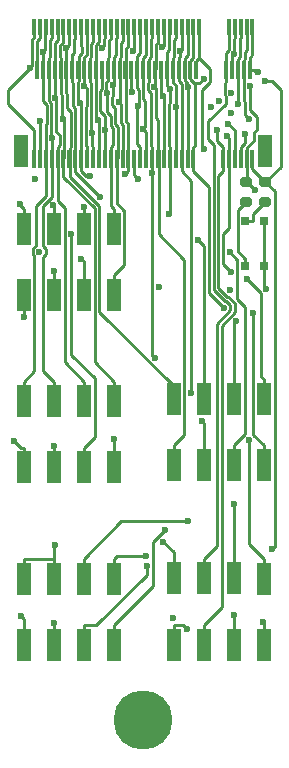
<source format=gbr>
%TF.GenerationSoftware,KiCad,Pcbnew,7.0.5*%
%TF.CreationDate,2023-08-30T17:00:08-05:00*%
%TF.ProjectId,Chimera_Card_Template_2,4368696d-6572-4615-9f43-6172645f5465,rev?*%
%TF.SameCoordinates,Original*%
%TF.FileFunction,Copper,L1,Top*%
%TF.FilePolarity,Positive*%
%FSLAX46Y46*%
G04 Gerber Fmt 4.6, Leading zero omitted, Abs format (unit mm)*
G04 Created by KiCad (PCBNEW 7.0.5) date 2023-08-30 17:00:08*
%MOMM*%
%LPD*%
G01*
G04 APERTURE LIST*
G04 Aperture macros list*
%AMRoundRect*
0 Rectangle with rounded corners*
0 $1 Rounding radius*
0 $2 $3 $4 $5 $6 $7 $8 $9 X,Y pos of 4 corners*
0 Add a 4 corners polygon primitive as box body*
4,1,4,$2,$3,$4,$5,$6,$7,$8,$9,$2,$3,0*
0 Add four circle primitives for the rounded corners*
1,1,$1+$1,$2,$3*
1,1,$1+$1,$4,$5*
1,1,$1+$1,$6,$7*
1,1,$1+$1,$8,$9*
0 Add four rect primitives between the rounded corners*
20,1,$1+$1,$2,$3,$4,$5,0*
20,1,$1+$1,$4,$5,$6,$7,0*
20,1,$1+$1,$6,$7,$8,$9,0*
20,1,$1+$1,$8,$9,$2,$3,0*%
G04 Aperture macros list end*
%TA.AperFunction,SMDPad,CuDef*%
%ADD10R,1.270003X2.800000*%
%TD*%
%TA.AperFunction,SMDPad,CuDef*%
%ADD11R,0.350000X1.450000*%
%TD*%
%TA.AperFunction,SMDPad,CuDef*%
%ADD12R,0.300000X1.550013*%
%TD*%
%TA.AperFunction,SMDPad,CuDef*%
%ADD13R,0.300000X1.524003*%
%TD*%
%TA.AperFunction,SMDPad,CuDef*%
%ADD14R,1.300000X2.800000*%
%TD*%
%TA.AperFunction,SMDPad,CuDef*%
%ADD15RoundRect,0.200000X-0.275000X0.200000X-0.275000X-0.200000X0.275000X-0.200000X0.275000X0.200000X0*%
%TD*%
%TA.AperFunction,ComponentPad*%
%ADD16C,2.900000*%
%TD*%
%TA.AperFunction,ConnectorPad*%
%ADD17C,5.000000*%
%TD*%
%TA.AperFunction,SMDPad,CuDef*%
%ADD18R,0.800000X0.800000*%
%TD*%
%TA.AperFunction,ViaPad*%
%ADD19C,0.600000*%
%TD*%
%TA.AperFunction,Conductor*%
%ADD20C,0.254000*%
%TD*%
G04 APERTURE END LIST*
D10*
%TO.P,X5,6,6*%
%TO.N,Net-(CN1-20-Pad51)*%
X107470003Y-108299798D03*
%TO.P,X5,5,5*%
%TO.N,Net-(CN1-20-Pad45)*%
X107470003Y-113900002D03*
%TO.P,X5,4,4*%
%TO.N,Net-(CN1-20-Pad53)*%
X104929997Y-108299798D03*
%TO.P,X5,3,3*%
%TO.N,Net-(CN1-20-Pad43)*%
X104929997Y-113900002D03*
%TO.P,X5,2,2*%
%TO.N,Net-(CN1-20-Pad55)*%
X102389992Y-108299798D03*
%TO.P,X5,1,1*%
%TO.N,Net-(CN1-20-Pad41)*%
X102389992Y-113900002D03*
%TO.P,X5,7,7*%
%TO.N,Net-(CN1-20-Pad47)*%
X110010008Y-113900002D03*
%TO.P,X5,8,8*%
%TO.N,Net-(CN1-20-Pad49)*%
X110010008Y-108305894D03*
%TD*%
%TO.P,X4,8,8*%
%TO.N,Net-(CN1-20-Pad57)*%
X122700008Y-122705894D03*
%TO.P,X4,7,7*%
%TO.N,Net-(CN1-20-Pad39)*%
X122700008Y-128300002D03*
%TO.P,X4,1,1*%
%TO.N,Net-(CN1-20-Pad33)*%
X115079992Y-128300002D03*
%TO.P,X4,2,2*%
%TO.N,Net-(CN1-20-Pad63)*%
X115079992Y-122699798D03*
%TO.P,X4,3,3*%
%TO.N,Net-(CN1-20-Pad35)*%
X117619997Y-128300002D03*
%TO.P,X4,4,4*%
%TO.N,Net-(CN1-20-Pad61)*%
X117619997Y-122699798D03*
%TO.P,X4,5,5*%
%TO.N,Net-(CN1-20-Pad37)*%
X120160003Y-128300002D03*
%TO.P,X4,6,6*%
%TO.N,Net-(CN1-20-Pad59)*%
X120160003Y-122699798D03*
%TD*%
%TO.P,X3,6,6*%
%TO.N,Net-(CN1-1-Pad67)*%
X107490003Y-122905998D03*
%TO.P,X3,5,5*%
%TO.N,Net-(CN1-20-Pad29)*%
X107490003Y-128506202D03*
%TO.P,X3,4,4*%
%TO.N,Net-(CN1-1-Pad69)*%
X104949997Y-122905998D03*
%TO.P,X3,3,3*%
%TO.N,Net-(CN1-20-Pad27)*%
X104949997Y-128506202D03*
%TO.P,X3,2,2*%
%TO.N,Net-(CN1-1-Pad71)*%
X102409992Y-122905998D03*
%TO.P,X3,1,1*%
%TO.N,Net-(CN1-20-Pad25)*%
X102409992Y-128506202D03*
%TO.P,X3,7,7*%
%TO.N,Net-(CN1-20-Pad31)*%
X110030008Y-128506202D03*
%TO.P,X3,8,8*%
%TO.N,Net-(CN1-1-Pad66)*%
X110030008Y-122912094D03*
%TD*%
%TO.P,X2,8,8*%
%TO.N,Net-(CN1-1-Pad73)*%
X122700008Y-137906094D03*
%TO.P,X2,7,7*%
%TO.N,Net-(CN1-20-Pad23)*%
X122700008Y-143500202D03*
%TO.P,X2,1,1*%
%TO.N,Net-(CN1-1-Pad9)*%
X115079992Y-143500202D03*
%TO.P,X2,2,2*%
%TO.N,8*%
X115079992Y-137899998D03*
%TO.P,X2,3,3*%
%TO.N,Net-(CN1-1-Pad11)*%
X117619997Y-143500202D03*
%TO.P,X2,4,4*%
%TO.N,10*%
X117619997Y-137899998D03*
%TO.P,X2,5,5*%
%TO.N,Net-(CN1-20-Pad21)*%
X120160003Y-143500202D03*
%TO.P,X2,6,6*%
%TO.N,20*%
X120160003Y-137899998D03*
%TD*%
%TO.P,X1,6,6*%
%TO.N,4*%
X107480003Y-137906098D03*
%TO.P,X1,5,5*%
%TO.N,Net-(CN1-1-Pad5)*%
X107480003Y-143506302D03*
%TO.P,X1,4,4*%
%TO.N,GND*%
X104939997Y-137906098D03*
%TO.P,X1,3,3*%
%TO.N,+5V*%
X104939997Y-143506302D03*
%TO.P,X1,2,2*%
%TO.N,GND*%
X102399992Y-137906098D03*
%TO.P,X1,1,1*%
%TO.N,+3V3*%
X102399992Y-143506302D03*
%TO.P,X1,7,7*%
%TO.N,Net-(CN1-1-Pad7)*%
X110020008Y-143506302D03*
%TO.P,X1,8,8*%
%TO.N,6*%
X110020008Y-137912194D03*
%TD*%
D11*
%TO.P,U1,1,1*%
%TO.N,GND*%
X103250000Y-91175000D03*
%TO.P,U1,3,1*%
%TO.N,Net-(CN1-1-Pad74)*%
X103750000Y-91175000D03*
%TO.P,U1,5,1*%
%TO.N,Net-(CN1-1-Pad71)*%
X104250000Y-91175000D03*
%TO.P,U1,7,1*%
%TO.N,Net-(CN1-1-Pad69)*%
X104750000Y-91175000D03*
%TO.P,U1,9,1*%
%TO.N,Net-(CN1-1-Pad67)*%
X105250000Y-91175000D03*
%TO.P,U1,11,1*%
%TO.N,Net-(CN1-1-Pad66)*%
X105750000Y-91175000D03*
%TO.P,U1,13,13*%
%TO.N,Net-(CN1-20-Pad63)*%
X106250000Y-91175000D03*
%TO.P,U1,15,15*%
%TO.N,Net-(CN1-20-Pad61)*%
X106750000Y-91175000D03*
%TO.P,U1,17,17*%
%TO.N,Net-(CN1-20-Pad59)*%
X107250000Y-91175000D03*
%TO.P,U1,19,19*%
%TO.N,Net-(CN1-20-Pad57)*%
X107750000Y-91175000D03*
%TO.P,U1,21,20*%
%TO.N,Net-(CN1-20-Pad55)*%
X108250000Y-91175000D03*
%TO.P,U1,23,20*%
%TO.N,Net-(CN1-20-Pad53)*%
X108750000Y-91175000D03*
%TO.P,U1,25,20*%
%TO.N,Net-(CN1-20-Pad51)*%
X109250000Y-91175000D03*
%TO.P,U1,27,20*%
%TO.N,Net-(CN1-20-Pad49)*%
X109750000Y-91175000D03*
%TO.P,U1,29,20*%
%TO.N,Net-(CN1-20-Pad47)*%
X110250000Y-91175000D03*
%TO.P,U1,31,20*%
%TO.N,Net-(CN1-20-Pad45)*%
X110750000Y-91175000D03*
%TO.P,U1,33,20*%
%TO.N,Net-(CN1-20-Pad43)*%
X111250000Y-91175000D03*
%TO.P,U1,35,20*%
%TO.N,Net-(CN1-20-Pad41)*%
X111750000Y-91175000D03*
%TO.P,U1,37,20*%
%TO.N,Net-(CN1-20-Pad39)*%
X112250000Y-91175000D03*
%TO.P,U1,39,20*%
%TO.N,Net-(CN1-20-Pad37)*%
X112750000Y-91175000D03*
%TO.P,U1,41,20*%
%TO.N,Net-(CN1-20-Pad35)*%
X113250000Y-91175000D03*
%TO.P,U1,43,20*%
%TO.N,Net-(CN1-20-Pad33)*%
X113750000Y-91175000D03*
%TO.P,U1,45,20*%
%TO.N,Net-(CN1-20-Pad31)*%
X114250000Y-91175000D03*
%TO.P,U1,47,20*%
%TO.N,Net-(CN1-20-Pad29)*%
X114750000Y-91175000D03*
%TO.P,U1,49,20*%
%TO.N,Net-(CN1-20-Pad27)*%
X115250000Y-91175000D03*
%TO.P,U1,51,20*%
%TO.N,Net-(CN1-20-Pad25)*%
X115750000Y-91175000D03*
%TO.P,U1,53,20*%
%TO.N,Net-(CN1-20-Pad23)*%
X116250000Y-91175000D03*
%TO.P,U1,55,20*%
%TO.N,Net-(CN1-20-Pad21)*%
X116750000Y-91175000D03*
%TO.P,U1,57,20*%
%TO.N,20*%
X117250000Y-91175000D03*
%TO.P,U1,67,1*%
%TO.N,10*%
X119750000Y-91175000D03*
%TO.P,U1,69,1*%
%TO.N,8*%
X120250000Y-91175000D03*
%TO.P,U1,71,1*%
%TO.N,6*%
X120750000Y-91175000D03*
%TO.P,U1,73,1*%
%TO.N,4*%
X121250000Y-91175000D03*
%TO.P,U1,75,1*%
%TO.N,GND*%
X121750000Y-91175000D03*
%TD*%
D12*
%TO.P,CN1,1,1*%
%TO.N,+3V3*%
X121749836Y-102400029D03*
%TO.P,CN1,2,1*%
%TO.N,GND*%
X121499900Y-94850117D03*
%TO.P,CN1,3,1*%
%TO.N,+5V*%
X121249964Y-102400029D03*
%TO.P,CN1,4,1*%
%TO.N,4*%
X120999773Y-94850117D03*
%TO.P,CN1,5,1*%
%TO.N,Net-(CN1-1-Pad5)*%
X120749836Y-102400029D03*
%TO.P,CN1,6,1*%
%TO.N,6*%
X120499900Y-94850117D03*
%TO.P,CN1,7,1*%
%TO.N,Net-(CN1-1-Pad7)*%
X120249964Y-102400029D03*
%TO.P,CN1,8,1*%
%TO.N,8*%
X119999773Y-94850117D03*
%TO.P,CN1,9,1*%
%TO.N,Net-(CN1-1-Pad9)*%
X119749836Y-102400029D03*
%TO.P,CN1,10,1*%
%TO.N,10*%
X119499900Y-94850117D03*
%TO.P,CN1,11,1*%
%TO.N,Net-(CN1-1-Pad11)*%
X119249964Y-102400029D03*
%TO.P,CN1,20,20*%
%TO.N,20*%
X116999773Y-94850117D03*
%TO.P,CN1,21,20*%
%TO.N,Net-(CN1-20-Pad21)*%
X116749836Y-102400029D03*
%TO.P,CN1,22,20*%
X116499900Y-94850117D03*
%TO.P,CN1,23,20*%
%TO.N,Net-(CN1-20-Pad23)*%
X116249964Y-102400029D03*
%TO.P,CN1,24,20*%
X115999773Y-94850117D03*
%TO.P,CN1,25,20*%
%TO.N,Net-(CN1-20-Pad25)*%
X115749836Y-102400029D03*
%TO.P,CN1,26,20*%
X115499900Y-94850117D03*
%TO.P,CN1,27,20*%
%TO.N,Net-(CN1-20-Pad27)*%
X115249964Y-102400029D03*
%TO.P,CN1,28,20*%
X114999773Y-94850117D03*
%TO.P,CN1,29,20*%
%TO.N,Net-(CN1-20-Pad29)*%
X114749836Y-102400029D03*
%TO.P,CN1,30,20*%
X114499900Y-94850117D03*
%TO.P,CN1,31,20*%
%TO.N,Net-(CN1-20-Pad31)*%
X114249964Y-102400029D03*
%TO.P,CN1,32,20*%
X113999773Y-94850117D03*
%TO.P,CN1,33,20*%
%TO.N,Net-(CN1-20-Pad33)*%
X113749836Y-102400029D03*
%TO.P,CN1,34,20*%
X113499900Y-94850117D03*
%TO.P,CN1,35,20*%
%TO.N,Net-(CN1-20-Pad35)*%
X113249964Y-102400029D03*
%TO.P,CN1,36,20*%
X112999773Y-94850117D03*
%TO.P,CN1,37,20*%
%TO.N,Net-(CN1-20-Pad37)*%
X112749836Y-102400029D03*
%TO.P,CN1,38,20*%
X112499900Y-94850117D03*
%TO.P,CN1,39,20*%
%TO.N,Net-(CN1-20-Pad39)*%
X112249964Y-102400029D03*
%TO.P,CN1,40,20*%
X111999773Y-94850117D03*
%TO.P,CN1,41,20*%
%TO.N,Net-(CN1-20-Pad41)*%
X111749836Y-102400029D03*
%TO.P,CN1,42,20*%
X111499900Y-94850371D03*
%TO.P,CN1,43,20*%
%TO.N,Net-(CN1-20-Pad43)*%
X111249964Y-102400029D03*
%TO.P,CN1,44,20*%
X110999773Y-94850371D03*
%TO.P,CN1,45,20*%
%TO.N,Net-(CN1-20-Pad45)*%
X110749836Y-102400029D03*
%TO.P,CN1,46,20*%
X110499900Y-94850371D03*
%TO.P,CN1,47,20*%
%TO.N,Net-(CN1-20-Pad47)*%
X110249964Y-102400029D03*
%TO.P,CN1,48,20*%
X109999773Y-94850371D03*
%TO.P,CN1,49,20*%
%TO.N,Net-(CN1-20-Pad49)*%
X109749836Y-102400029D03*
%TO.P,CN1,50,20*%
X109499900Y-94850371D03*
%TO.P,CN1,51,20*%
%TO.N,Net-(CN1-20-Pad51)*%
X109249964Y-102400029D03*
%TO.P,CN1,52,20*%
X108999773Y-94850371D03*
%TO.P,CN1,53,20*%
%TO.N,Net-(CN1-20-Pad53)*%
X108749836Y-102400029D03*
%TO.P,CN1,54,20*%
X108499900Y-94850371D03*
%TO.P,CN1,55,20*%
%TO.N,Net-(CN1-20-Pad55)*%
X108249964Y-102400029D03*
%TO.P,CN1,56,20*%
X107999773Y-94850371D03*
%TO.P,CN1,57,20*%
%TO.N,Net-(CN1-20-Pad57)*%
X107749836Y-102400029D03*
%TO.P,CN1,58,20*%
X107499900Y-94850371D03*
D13*
%TO.P,CN1,59,20*%
%TO.N,Net-(CN1-20-Pad59)*%
X107249964Y-102400283D03*
%TO.P,CN1,60,20*%
X106999773Y-94850371D03*
%TO.P,CN1,61,20*%
%TO.N,Net-(CN1-20-Pad61)*%
X106749836Y-102400283D03*
%TO.P,CN1,62,20*%
X106499900Y-94850371D03*
%TO.P,CN1,63,20*%
%TO.N,Net-(CN1-20-Pad63)*%
X106249964Y-102400283D03*
%TO.P,CN1,64,20*%
X105999773Y-94850371D03*
%TO.P,CN1,65,20*%
%TO.N,Net-(CN1-1-Pad66)*%
X105749836Y-102400283D03*
%TO.P,CN1,66,1*%
X105499900Y-94850371D03*
D12*
%TO.P,CN1,67,1*%
%TO.N,Net-(CN1-1-Pad67)*%
X105249964Y-102400029D03*
%TO.P,CN1,68,1*%
X104999773Y-94850371D03*
%TO.P,CN1,69,1*%
%TO.N,Net-(CN1-1-Pad69)*%
X104749836Y-102400029D03*
%TO.P,CN1,70,1*%
X104499900Y-94850371D03*
%TO.P,CN1,71,1*%
%TO.N,Net-(CN1-1-Pad71)*%
X104249964Y-102400029D03*
%TO.P,CN1,72,1*%
X103999773Y-94850371D03*
%TO.P,CN1,73,1*%
%TO.N,Net-(CN1-1-Pad73)*%
X103749836Y-102400029D03*
%TO.P,CN1,74,1*%
%TO.N,Net-(CN1-1-Pad74)*%
X103499900Y-94850371D03*
%TO.P,CN1,75,1*%
%TO.N,GND*%
X103249964Y-102400029D03*
D14*
%TO.P,CN1,76*%
%TO.N,N/C*%
X102149887Y-101675111D03*
%TO.P,CN1,77*%
X122849913Y-101675111D03*
%TD*%
D15*
%TO.P,R1,1*%
%TO.N,+3V3*%
X122850000Y-104350000D03*
%TO.P,R1,2*%
%TO.N,Net-(LED1-+)*%
X122850000Y-106000000D03*
%TD*%
%TO.P,R2,1*%
%TO.N,+5V*%
X121200000Y-104375000D03*
%TO.P,R2,2*%
%TO.N,Net-(LED2-+)*%
X121200000Y-106025000D03*
%TD*%
D16*
%TO.P,H1,1*%
%TO.N,N/C*%
X112500000Y-149900000D03*
D17*
X112500000Y-149900000D03*
%TD*%
D18*
%TO.P,LED1,1,-*%
%TO.N,GND*%
X122749467Y-107671571D03*
%TO.P,LED1,2,+*%
%TO.N,Net-(LED1-+)*%
X121150533Y-107678429D03*
%TD*%
%TO.P,LED2,1,-*%
%TO.N,GND*%
X122749467Y-111471571D03*
%TO.P,LED2,2,+*%
%TO.N,Net-(LED2-+)*%
X121150533Y-111478429D03*
%TD*%
D19*
%TO.N,Net-(CN1-20-Pad61)*%
X103300000Y-104100000D03*
%TO.N,GND*%
X105000000Y-135100000D03*
X122916402Y-113384891D03*
X122200000Y-95000000D03*
%TO.N,20*%
X117675800Y-101500000D03*
X119883400Y-113488100D03*
X120160000Y-131566700D03*
%TO.N,8*%
X120174600Y-93492800D03*
X118926600Y-97451700D03*
X114208300Y-134814900D03*
%TO.N,6*%
X112767600Y-136011200D03*
X120501100Y-97771600D03*
%TO.N,4*%
X116255600Y-133069900D03*
X121456600Y-99000000D03*
%TO.N,Net-(CN1-20-Pad31)*%
X114156000Y-97054400D03*
X114125000Y-92928000D03*
X110030000Y-126074900D03*
%TO.N,Net-(CN1-20-Pad29)*%
X114748000Y-96463100D03*
X106401800Y-108751500D03*
X114650500Y-107033500D03*
%TO.N,Net-(CN1-1-Pad9)*%
X119900000Y-98500000D03*
X119583300Y-100449600D03*
X119908200Y-111945000D03*
X116203000Y-142160100D03*
%TO.N,Net-(CN1-20-Pad63)*%
X105985000Y-93010900D03*
%TO.N,Net-(CN1-1-Pad7)*%
X119700000Y-99400000D03*
X114342400Y-133794500D03*
X119968900Y-96764600D03*
%TO.N,Net-(CN1-1-Pad67)*%
X105045000Y-97221400D03*
%TO.N,Net-(CN1-20-Pad61)*%
X117167800Y-109269200D03*
X108867500Y-105582400D03*
%TO.N,Net-(CN1-20-Pad59)*%
X107144000Y-97644100D03*
X120325300Y-116088100D03*
X107976100Y-103842600D03*
%TO.N,Net-(CN1-20-Pad57)*%
X107524000Y-96199400D03*
X121300000Y-112550600D03*
%TO.N,Net-(CN1-20-Pad55)*%
X108174000Y-100173000D03*
X102043000Y-106224400D03*
%TO.N,Net-(CN1-20-Pad53)*%
X108640000Y-99103600D03*
X104838400Y-106281200D03*
%TO.N,Net-(CN1-20-Pad51)*%
X109286000Y-99917100D03*
X109038000Y-92998700D03*
X107470000Y-106460000D03*
%TO.N,Net-(CN1-20-Pad49)*%
X109404000Y-96835300D03*
%TO.N,Net-(CN1-20-Pad47)*%
X109934000Y-96115600D03*
%TO.N,Net-(CN1-20-Pad45)*%
X110435000Y-97598900D03*
X107245600Y-110822400D03*
%TO.N,Net-(CN1-20-Pad43)*%
X104930000Y-111878400D03*
X110981000Y-103625400D03*
%TO.N,+3V3*%
X122800000Y-95800000D03*
X123445000Y-135449100D03*
X102182500Y-141079100D03*
%TO.N,Net-(CN1-20-Pad41)*%
X111635000Y-93248200D03*
X111556000Y-96746600D03*
X102390000Y-115741500D03*
X112100000Y-104100000D03*
%TO.N,Net-(CN1-1-Pad73)*%
X103768000Y-99155600D03*
X121430000Y-126163500D03*
X103682200Y-110242600D03*
%TO.N,Net-(CN1-1-Pad71)*%
X104045000Y-93369500D03*
%TO.N,Net-(CN1-1-Pad69)*%
X104817000Y-100573000D03*
%TO.N,Net-(CN1-20-Pad39)*%
X112085000Y-97876300D03*
X121795700Y-115439600D03*
X113814500Y-113209900D03*
%TO.N,Net-(CN1-1-Pad5)*%
X121075600Y-100300000D03*
X112784700Y-136877000D03*
%TO.N,Net-(CN1-20-Pad37)*%
X112519000Y-99831700D03*
X119828900Y-110272900D03*
%TO.N,Net-(CN1-20-Pad35)*%
X113250000Y-103607000D03*
X113487500Y-119268200D03*
X117438600Y-124549500D03*
%TO.N,Net-(CN1-20-Pad33)*%
X113453000Y-96299800D03*
%TO.N,Net-(CN1-1-Pad66)*%
X105700000Y-99000000D03*
%TO.N,Net-(CN1-20-Pad27)*%
X115250000Y-97947800D03*
X104950000Y-126675100D03*
%TO.N,Net-(CN1-20-Pad25)*%
X115631000Y-93269900D03*
X116541500Y-122227900D03*
X101555000Y-126289700D03*
%TO.N,Net-(CN1-20-Pad23)*%
X116306000Y-96281400D03*
X115050500Y-141272200D03*
X122630600Y-141590700D03*
%TO.N,Net-(CN1-20-Pad21)*%
X117612000Y-95617700D03*
X119316400Y-114982900D03*
X120160000Y-141011700D03*
%TO.N,Net-(CN1-1-Pad11)*%
X118200000Y-98000000D03*
X118768650Y-99931350D03*
%TO.N,+5V*%
X121951700Y-105005100D03*
X121553300Y-96200000D03*
X104940000Y-141655600D03*
%TO.N,GND*%
X102923000Y-94656200D03*
%TD*%
D20*
%TO.N,Net-(CN1-1-Pad11)*%
X117620000Y-141844300D02*
X117620000Y-143500200D01*
X119133000Y-140331300D02*
X117620000Y-141844300D01*
X119133000Y-116494000D02*
X119133000Y-140331300D01*
X120255200Y-115371800D02*
X119133000Y-116494000D01*
X120255200Y-114594000D02*
X120255200Y-115371800D01*
X119609600Y-114044100D02*
X119705300Y-114044100D01*
X118867100Y-113301600D02*
X119609600Y-114044100D01*
X118867100Y-103813800D02*
X118867100Y-113301600D01*
X119250000Y-103430900D02*
X118867100Y-103813800D01*
X119250000Y-101369100D02*
X119250000Y-103430900D01*
X119705300Y-114044100D02*
X120255200Y-114594000D01*
X118768650Y-100887750D02*
X119250000Y-101369100D01*
X118768650Y-99931350D02*
X118768650Y-100887750D01*
%TO.N,10*%
X117620000Y-136244100D02*
X117620000Y-137900000D01*
X118750000Y-116335500D02*
X118750000Y-135114100D01*
X119872300Y-115213200D02*
X118750000Y-116335500D01*
X119546700Y-114427000D02*
X119872300Y-114752600D01*
X118750000Y-135114100D02*
X117620000Y-136244100D01*
X119451000Y-114427000D02*
X119546700Y-114427000D01*
X118484200Y-113460200D02*
X119451000Y-114427000D01*
X118484200Y-101184200D02*
X118484200Y-113460200D01*
X118000000Y-100700000D02*
X118484200Y-101184200D01*
X118000000Y-99207500D02*
X118000000Y-100700000D01*
X119872300Y-114752600D02*
X119872300Y-115213200D01*
X119499900Y-97707600D02*
X118000000Y-99207500D01*
X119413000Y-96994800D02*
X119499900Y-97081700D01*
X119499900Y-95881000D02*
X119413000Y-95967900D01*
X119413000Y-95967900D02*
X119413000Y-96994800D01*
X119499900Y-93384025D02*
X119499900Y-95881000D01*
X119750000Y-93133925D02*
X119499900Y-93384025D01*
X119499900Y-97081700D02*
X119499900Y-97707600D01*
X119750000Y-91175000D02*
X119750000Y-93133925D01*
%TO.N,Net-(CN1-1-Pad7)*%
X120250000Y-99950000D02*
X120250000Y-102400000D01*
X119700000Y-99400000D02*
X120250000Y-99950000D01*
%TO.N,Net-(CN1-1-Pad66)*%
X105644000Y-97004200D02*
X105499900Y-96860100D01*
X105644000Y-98944000D02*
X105644000Y-97004200D01*
X105499900Y-96860100D02*
X105499900Y-94850371D01*
X105700000Y-99000000D02*
X105644000Y-98944000D01*
X105808000Y-99108000D02*
X105808000Y-101776200D01*
X105700000Y-99000000D02*
X105808000Y-99108000D01*
%TO.N,Net-(CN1-20-Pad63)*%
X108760800Y-115327600D02*
X115080000Y-121646800D01*
X108760800Y-106331100D02*
X108760800Y-115327600D01*
X106300000Y-101430118D02*
X106300000Y-103870300D01*
X106025000Y-96846685D02*
X106025000Y-98097525D01*
X106300000Y-103870300D02*
X108760800Y-106331100D01*
X106369000Y-98441525D02*
X106369000Y-101361118D01*
X106000000Y-96821685D02*
X106025000Y-96846685D01*
X106025000Y-98097525D02*
X106369000Y-98441525D01*
X106000000Y-94850400D02*
X106000000Y-96821685D01*
X115080000Y-121646800D02*
X115080000Y-122699800D01*
X106369000Y-101361118D02*
X106300000Y-101430118D01*
%TO.N,Net-(CN1-20-Pad47)*%
X110342000Y-102307993D02*
X110249964Y-102400029D01*
X110342000Y-99645700D02*
X110342000Y-102307993D01*
%TO.N,Net-(CN1-20-Pad45)*%
X110750000Y-99512000D02*
X110749836Y-99512164D01*
X110749836Y-99512164D02*
X110749836Y-102400029D01*
%TO.N,Net-(CN1-20-Pad41)*%
X111749800Y-103749800D02*
X111749800Y-102400000D01*
X112100000Y-104100000D02*
X111749800Y-103749800D01*
X111499900Y-94850371D02*
X111499900Y-96230300D01*
%TO.N,+3V3*%
X121749836Y-103249836D02*
X122850000Y-104350000D01*
X121749836Y-102400029D02*
X121749836Y-103249836D01*
%TO.N,+5V*%
X121900000Y-100816859D02*
X121249964Y-101466895D01*
X121900000Y-100121111D02*
X121900000Y-100816859D01*
X122100000Y-99921111D02*
X121900000Y-100121111D01*
X121249964Y-101466895D02*
X121249964Y-102400029D01*
X122100000Y-98800000D02*
X122100000Y-99921111D01*
%TO.N,+3V3*%
X124154000Y-103046000D02*
X122850000Y-104350000D01*
X122800000Y-95800000D02*
X123392599Y-95800000D01*
X123392599Y-95800000D02*
X124154000Y-96561401D01*
X124154000Y-96561401D02*
X124154000Y-103046000D01*
%TO.N,GND*%
X121903900Y-94850117D02*
X121499900Y-94850117D01*
X122053783Y-95000000D02*
X121903900Y-94850117D01*
X122200000Y-95000000D02*
X122053783Y-95000000D01*
%TO.N,Net-(CN1-1-Pad5)*%
X120749800Y-101369100D02*
X120749800Y-102400000D01*
X121075600Y-101043300D02*
X120749800Y-101369100D01*
X121075600Y-100300000D02*
X121075600Y-101043300D01*
%TO.N,+5V*%
X121518900Y-98218900D02*
X122100000Y-98800000D01*
X121518900Y-96234400D02*
X121518900Y-98218900D01*
X121553300Y-96200000D02*
X121518900Y-96234400D01*
%TO.N,4*%
X121250000Y-93197500D02*
X121250000Y-91175000D01*
X121100000Y-98643400D02*
X121100000Y-97587025D01*
X120999800Y-97486825D02*
X120999800Y-93995300D01*
X121113700Y-93881400D02*
X121113700Y-93333800D01*
X121113700Y-93333800D02*
X121250000Y-93197500D01*
X121456600Y-99000000D02*
X121100000Y-98643400D01*
X121100000Y-97587025D02*
X120999800Y-97486825D01*
X120999800Y-93995300D02*
X121113700Y-93881400D01*
%TO.N,GND*%
X104940000Y-135160000D02*
X105000000Y-135100000D01*
X104940000Y-136250200D02*
X104940000Y-135160000D01*
X122749467Y-113217956D02*
X122916402Y-113384891D01*
X122749467Y-111471571D02*
X122749467Y-113217956D01*
%TO.N,20*%
X117500000Y-96513175D02*
X118166000Y-95847175D01*
X117500000Y-101324200D02*
X117500000Y-96513175D01*
X118166000Y-95847175D02*
X118166000Y-94766000D01*
X118166000Y-94766000D02*
X117250000Y-93850000D01*
X117675800Y-101500000D02*
X117500000Y-101324200D01*
X117250000Y-91175000D02*
X117250000Y-93850000D01*
X117000000Y-94100200D02*
X117000000Y-94287600D01*
X117250000Y-93850000D02*
X117000000Y-94100200D01*
X117000000Y-94287600D02*
X117000000Y-94475100D01*
X116999800Y-94287800D02*
X116999800Y-94850100D01*
X117000000Y-94287600D02*
X116999800Y-94287800D01*
X120160000Y-131566700D02*
X120160000Y-137900000D01*
%TO.N,8*%
X120250000Y-91175000D02*
X120250000Y-92155900D01*
X115080000Y-135686600D02*
X115080000Y-137900000D01*
X114208300Y-134814900D02*
X115080000Y-135686600D01*
X120174600Y-92231300D02*
X120174600Y-93492800D01*
X120250000Y-92155900D02*
X120174600Y-92231300D01*
X119999800Y-93667600D02*
X120174600Y-93492800D01*
X119999800Y-94850100D02*
X119999800Y-93667600D01*
%TO.N,6*%
X110020000Y-137912200D02*
X110020000Y-136256300D01*
X120499900Y-94850100D02*
X120499900Y-95881000D01*
X120730800Y-92175100D02*
X120750000Y-92155900D01*
X120730800Y-93722800D02*
X120730800Y-92175100D01*
X120499900Y-93953700D02*
X120730800Y-93722800D01*
X120499900Y-94850100D02*
X120499900Y-93953700D01*
X120750000Y-91175000D02*
X120750000Y-92155900D01*
X110265100Y-136011200D02*
X112767600Y-136011200D01*
X110020000Y-136256300D02*
X110265100Y-136011200D01*
X120524800Y-95905900D02*
X120499900Y-95881000D01*
X120524800Y-97747900D02*
X120524800Y-95905900D01*
X120501100Y-97771600D02*
X120524800Y-97747900D01*
%TO.N,4*%
X107480000Y-137906100D02*
X107480000Y-136250200D01*
X110660300Y-133069900D02*
X116255600Y-133069900D01*
X107480000Y-136250200D02*
X110660300Y-133069900D01*
%TO.N,Net-(CN1-20-Pad31)*%
X114250000Y-92803000D02*
X114250000Y-91175000D01*
X114125000Y-92928000D02*
X114250000Y-92803000D01*
X114250000Y-97148300D02*
X114250000Y-102400000D01*
X114156000Y-97054400D02*
X114250000Y-97148300D01*
X114000000Y-95881000D02*
X114000000Y-95623200D01*
X114009000Y-95889900D02*
X114000000Y-95881000D01*
X114009000Y-96907000D02*
X114009000Y-95889900D01*
X114156000Y-97054400D02*
X114009000Y-96907000D01*
X114000000Y-95623200D02*
X114000000Y-95365500D01*
X113999800Y-95623000D02*
X113999800Y-94850100D01*
X114000000Y-95623200D02*
X113999800Y-95623000D01*
X110030000Y-128506200D02*
X110030000Y-126074900D01*
%TO.N,Net-(CN1-20-Pad29)*%
X114500000Y-93339300D02*
X114500000Y-94776900D01*
X114681000Y-93158300D02*
X114500000Y-93339300D01*
X114681000Y-91244100D02*
X114681000Y-93158300D01*
X114750000Y-91175000D02*
X114681000Y-91244100D01*
X114500000Y-96214600D02*
X114748000Y-96463100D01*
X114500000Y-94850100D02*
X114500000Y-96214600D01*
X114500000Y-94776900D02*
X114500000Y-94777000D01*
X114500000Y-94776900D02*
X114500000Y-94777000D01*
X114500000Y-94777000D02*
X114500000Y-94813500D01*
X114500000Y-94813500D02*
X114500000Y-94850100D01*
X114500000Y-94777000D02*
X114500000Y-94813500D01*
X114500000Y-94813500D02*
X114500000Y-94850100D01*
X114499900Y-94813600D02*
X114499900Y-94850100D01*
X114500000Y-94813500D02*
X114499900Y-94813600D01*
X114750000Y-101369000D02*
X114750000Y-101626500D01*
X114694000Y-101313000D02*
X114750000Y-101369000D01*
X114694000Y-97717600D02*
X114694000Y-101313000D01*
X114748000Y-97663100D02*
X114694000Y-97717600D01*
X114748000Y-96463100D02*
X114748000Y-97663100D01*
X114750000Y-101626500D02*
X114750000Y-101884000D01*
X114749800Y-101626700D02*
X114749800Y-102400000D01*
X114750000Y-101626500D02*
X114749800Y-101626700D01*
X114749800Y-106934200D02*
X114749800Y-102400000D01*
X114650500Y-107033500D02*
X114749800Y-106934200D01*
X107490000Y-128506200D02*
X107490000Y-126850300D01*
X106401800Y-118986700D02*
X106401800Y-108751500D01*
X108381000Y-120965900D02*
X106401800Y-118986700D01*
X108381000Y-125959300D02*
X108381000Y-120965900D01*
X107490000Y-126850300D02*
X108381000Y-125959300D01*
%TO.N,Net-(LED2-+)*%
X121150500Y-111478400D02*
X121150500Y-110822500D01*
X120494600Y-106730400D02*
X121200000Y-106025000D01*
X120494600Y-110166600D02*
X120494600Y-106730400D01*
X121150500Y-110822500D02*
X120494600Y-110166600D01*
%TO.N,Net-(LED1-+)*%
X121806400Y-107043600D02*
X122850000Y-106000000D01*
X121806400Y-107678400D02*
X121806400Y-107043600D01*
X121150500Y-107678400D02*
X121806400Y-107678400D01*
%TO.N,Net-(CN1-1-Pad9)*%
X119749800Y-100616100D02*
X119749800Y-102400000D01*
X119583300Y-100449600D02*
X119749800Y-100616100D01*
X119250000Y-111286800D02*
X119908200Y-111945000D01*
X119250000Y-108720000D02*
X119250000Y-111286800D01*
X119749800Y-108220200D02*
X119250000Y-108720000D01*
X119749800Y-102400000D02*
X119749800Y-108220200D01*
X115080000Y-143500200D02*
X115080000Y-141844300D01*
X115887200Y-141844300D02*
X115080000Y-141844300D01*
X116203000Y-142160100D02*
X115887200Y-141844300D01*
%TO.N,Net-(CN1-1-Pad74)*%
X103500000Y-93819500D02*
X103500000Y-94077200D01*
X103489000Y-93809000D02*
X103500000Y-93819500D01*
X103489000Y-92416500D02*
X103489000Y-93809000D01*
X103750000Y-92155900D02*
X103489000Y-92416500D01*
X103750000Y-91175000D02*
X103750000Y-92155900D01*
X103500000Y-94077200D02*
X103500000Y-94334900D01*
X103499900Y-94077300D02*
X103499900Y-94850400D01*
X103500000Y-94077200D02*
X103499900Y-94077300D01*
%TO.N,Net-(CN1-20-Pad63)*%
X106250000Y-92746300D02*
X106250000Y-91175000D01*
X105985000Y-93010900D02*
X106250000Y-92746300D01*
X105999800Y-94850400D02*
X106000000Y-94850400D01*
X106000000Y-93025300D02*
X106000000Y-94850400D01*
X105985000Y-93010900D02*
X106000000Y-93025300D01*
%TO.N,Net-(CN1-1-Pad7)*%
X110020000Y-143506300D02*
X110020000Y-141850400D01*
X113364000Y-134772900D02*
X114342400Y-133794500D01*
X113364000Y-138506400D02*
X113364000Y-134772900D01*
X110020000Y-141850400D02*
X113364000Y-138506400D01*
%TO.N,Net-(CN1-1-Pad67)*%
X105000000Y-92534300D02*
X105000000Y-94850400D01*
X105250000Y-92284100D02*
X105000000Y-92534300D01*
X105250000Y-91175000D02*
X105250000Y-92284100D01*
X105000000Y-97176100D02*
X105045000Y-97221400D01*
X105000000Y-95389000D02*
X105000000Y-97176100D01*
X105000000Y-95389000D02*
X105000000Y-95388800D01*
X105000000Y-95388800D02*
X105000000Y-95389000D01*
X105000000Y-94850400D02*
X105000000Y-95119600D01*
X105000000Y-95119600D02*
X105000000Y-95388800D01*
X105000000Y-95388800D02*
X105000000Y-95119600D01*
X105000000Y-95119600D02*
X105000000Y-94850400D01*
X104999800Y-95119400D02*
X104999800Y-94850400D01*
X105000000Y-95119600D02*
X104999800Y-95119400D01*
X105091000Y-97267000D02*
X105045000Y-97221400D01*
X105091000Y-100061000D02*
X105091000Y-97267000D01*
X105425000Y-100395000D02*
X105091000Y-100061000D01*
X105425000Y-101194000D02*
X105425000Y-100395000D01*
X105250000Y-101369000D02*
X105425000Y-101194000D01*
X105250000Y-102400000D02*
X105250000Y-101369000D01*
X107490000Y-122906000D02*
X107490000Y-121250100D01*
X105250000Y-105906600D02*
X105250000Y-102400000D01*
X105839400Y-106496000D02*
X105250000Y-105906600D01*
X105839400Y-119599500D02*
X105839400Y-106496000D01*
X107490000Y-121250100D02*
X105839400Y-119599500D01*
%TO.N,Net-(CN1-20-Pad61)*%
X106750000Y-92155900D02*
X106750000Y-91175000D01*
X106633000Y-92273000D02*
X106750000Y-92155900D01*
X106633000Y-93396400D02*
X106633000Y-92273000D01*
X106557000Y-93472300D02*
X106633000Y-93396400D01*
X106500000Y-93529400D02*
X106557000Y-93472300D01*
X106500000Y-94698800D02*
X106500000Y-93529400D01*
X106500000Y-94698800D02*
X106500000Y-94698900D01*
X106500000Y-94698900D02*
X106500000Y-94698800D01*
X106500000Y-94850400D02*
X106500000Y-94774600D01*
X106500000Y-94774600D02*
X106500000Y-94698900D01*
X106500000Y-94698900D02*
X106500000Y-94774600D01*
X106500000Y-94774600D02*
X106500000Y-94850400D01*
X106499900Y-94774700D02*
X106499900Y-94850400D01*
X106500000Y-94774600D02*
X106499900Y-94774700D01*
X106750000Y-102020000D02*
X106750000Y-100028200D01*
X106500000Y-95868300D02*
X106500000Y-94850400D01*
X106586000Y-95953900D02*
X106500000Y-95868300D01*
X106586000Y-97872200D02*
X106586000Y-95953900D01*
X106750000Y-98036500D02*
X106586000Y-97872200D01*
X106750000Y-100028200D02*
X106750000Y-98036500D01*
X106749800Y-100028400D02*
X106749800Y-102400300D01*
X106750000Y-100028200D02*
X106749800Y-100028400D01*
X106749800Y-103464700D02*
X108867500Y-105582400D01*
X106749800Y-102400300D02*
X106749800Y-103464700D01*
X117620000Y-109721400D02*
X117167800Y-109269200D01*
X117620000Y-122699800D02*
X117620000Y-109721400D01*
%TO.N,Net-(CN1-20-Pad59)*%
X106968000Y-97468800D02*
X107144000Y-97644100D01*
X106968000Y-95899700D02*
X106968000Y-97468800D01*
X107096000Y-95772200D02*
X106968000Y-95899700D01*
X107096000Y-93645800D02*
X107096000Y-95772200D01*
X107336000Y-93405900D02*
X107096000Y-93645800D01*
X107336000Y-92919400D02*
X107336000Y-93405900D01*
X107250000Y-92833600D02*
X107336000Y-92919400D01*
X107250000Y-91175000D02*
X107250000Y-92833600D01*
X107235000Y-102385000D02*
X107235000Y-101754200D01*
X107235000Y-97735200D02*
X107144000Y-97644100D01*
X107235000Y-101754200D02*
X107235000Y-97735200D01*
X107250000Y-101769200D02*
X107250000Y-102400300D01*
X107235000Y-101754200D02*
X107250000Y-101769200D01*
X107250000Y-102400300D02*
X107250000Y-103418200D01*
X107976100Y-103842500D02*
X107976100Y-103842600D01*
X107674300Y-103842500D02*
X107976100Y-103842500D01*
X107250000Y-103418200D02*
X107674300Y-103842500D01*
X120160000Y-116253400D02*
X120325300Y-116088100D01*
X120160000Y-122699800D02*
X120160000Y-116253400D01*
%TO.N,Net-(CN1-20-Pad57)*%
X107524000Y-93756200D02*
X107524000Y-94850400D01*
X107717000Y-93563700D02*
X107524000Y-93756200D01*
X107717000Y-92189100D02*
X107717000Y-93563700D01*
X107750000Y-92155900D02*
X107717000Y-92189100D01*
X107750000Y-91175000D02*
X107750000Y-92155900D01*
X107524000Y-94850400D02*
X107524000Y-96199400D01*
X107500000Y-94850400D02*
X107524000Y-94850400D01*
X107500000Y-94850400D02*
X107499900Y-94850400D01*
X107750000Y-101369000D02*
X107750000Y-101626500D01*
X107618000Y-101237000D02*
X107750000Y-101369000D01*
X107618000Y-97956300D02*
X107618000Y-101237000D01*
X107700000Y-97874400D02*
X107618000Y-97956300D01*
X107700000Y-96374700D02*
X107700000Y-97874400D01*
X107524000Y-96199400D02*
X107700000Y-96374700D01*
X107750000Y-101626500D02*
X107750000Y-101884000D01*
X107749800Y-101626700D02*
X107749800Y-102400000D01*
X107750000Y-101626500D02*
X107749800Y-101626700D01*
X122700000Y-122705900D02*
X122700000Y-121050000D01*
X122509300Y-120859300D02*
X122700000Y-121050000D01*
X122509300Y-113759900D02*
X122509300Y-120859300D01*
X121300000Y-112550600D02*
X122509300Y-113759900D01*
%TO.N,Net-(CN1-20-Pad55)*%
X108250000Y-101369000D02*
X108250000Y-102400000D01*
X108174000Y-101293000D02*
X108250000Y-101369000D01*
X108174000Y-100173000D02*
X108174000Y-101293000D01*
X108000000Y-94850400D02*
X107999800Y-94850400D01*
X108000000Y-93819500D02*
X108000000Y-94850400D01*
X108100000Y-93719600D02*
X108000000Y-93819500D01*
X108100000Y-92609900D02*
X108100000Y-93719600D01*
X108250000Y-92459600D02*
X108100000Y-92609900D01*
X108250000Y-91175000D02*
X108250000Y-92459600D01*
X108082000Y-100082000D02*
X108174000Y-100173000D01*
X108082000Y-95964000D02*
X108082000Y-100082000D01*
X108000000Y-95881300D02*
X108082000Y-95964000D01*
X108000000Y-94850400D02*
X108000000Y-95881300D01*
X102043000Y-106296900D02*
X102390000Y-106643900D01*
X102043000Y-106224400D02*
X102043000Y-106296900D01*
X102390000Y-108299800D02*
X102390000Y-106643900D01*
%TO.N,Net-(CN1-20-Pad53)*%
X108500000Y-94850400D02*
X108499900Y-94850400D01*
X108500000Y-93819500D02*
X108500000Y-94850400D01*
X108483000Y-93802200D02*
X108500000Y-93819500D01*
X108483000Y-92768500D02*
X108483000Y-93802200D01*
X108750000Y-92501100D02*
X108483000Y-92768500D01*
X108750000Y-91175000D02*
X108750000Y-92501100D01*
X108465000Y-98929500D02*
X108640000Y-99103600D01*
X108465000Y-95915800D02*
X108465000Y-98929500D01*
X108500000Y-95881300D02*
X108465000Y-95915800D01*
X108500000Y-94850400D02*
X108500000Y-95881300D01*
X108750000Y-101369000D02*
X108750000Y-101626500D01*
X108730000Y-101349000D02*
X108750000Y-101369000D01*
X108730000Y-99193700D02*
X108730000Y-101349000D01*
X108640000Y-99103600D02*
X108730000Y-99193700D01*
X108750000Y-101626500D02*
X108750000Y-101884000D01*
X108749800Y-101626700D02*
X108749800Y-102400000D01*
X108750000Y-101626500D02*
X108749800Y-101626700D01*
X104930000Y-106372800D02*
X104930000Y-108299800D01*
X104838400Y-106281200D02*
X104930000Y-106372800D01*
%TO.N,Net-(CN1-20-Pad51)*%
X109250000Y-92116600D02*
X109250000Y-91175000D01*
X109179000Y-92187200D02*
X109250000Y-92116600D01*
X109179000Y-92857800D02*
X109179000Y-92187200D01*
X109038000Y-92998700D02*
X109179000Y-92857800D01*
X109250000Y-102400000D02*
X109250000Y-99917100D01*
X109250000Y-99917100D02*
X109286000Y-99917100D01*
X108996000Y-94854600D02*
X108998000Y-94852500D01*
X108996000Y-96455600D02*
X108996000Y-94854600D01*
X108848000Y-96602900D02*
X108996000Y-96455600D01*
X108848000Y-98364700D02*
X108848000Y-96602900D01*
X109250000Y-98766400D02*
X108848000Y-98364700D01*
X109250000Y-99917100D02*
X109250000Y-98766400D01*
X108999800Y-94850400D02*
X109000000Y-94850400D01*
X109000000Y-94850700D02*
X109000000Y-94850400D01*
X108998000Y-94852500D02*
X109000000Y-94850700D01*
X109000000Y-94850400D02*
X108998000Y-94852500D01*
X107470000Y-108299800D02*
X107470000Y-106460000D01*
%TO.N,Net-(CN1-20-Pad49)*%
X109500000Y-95764000D02*
X109500000Y-94850400D01*
X109378000Y-95885400D02*
X109500000Y-95764000D01*
X109378000Y-96809500D02*
X109378000Y-95885400D01*
X109404000Y-96835300D02*
X109378000Y-96809500D01*
X109750000Y-92187300D02*
X109750000Y-91175000D01*
X109594000Y-92342900D02*
X109750000Y-92187300D01*
X109594000Y-93725000D02*
X109594000Y-92342900D01*
X109500000Y-93819500D02*
X109594000Y-93725000D01*
X109500000Y-94785700D02*
X109500000Y-93819500D01*
X109500000Y-94785700D02*
X109500000Y-94785800D01*
X109500000Y-94785800D02*
X109500000Y-94785700D01*
X109500000Y-94850400D02*
X109500000Y-94818100D01*
X109500000Y-94818100D02*
X109500000Y-94785800D01*
X109500000Y-94785800D02*
X109500000Y-94818100D01*
X109500000Y-94818100D02*
X109500000Y-94850400D01*
X109499900Y-94818200D02*
X109499900Y-94850400D01*
X109500000Y-94818100D02*
X109499900Y-94818200D01*
X109750000Y-101369000D02*
X109750000Y-101626500D01*
X109907000Y-101212000D02*
X109750000Y-101369000D01*
X109907000Y-99752000D02*
X109907000Y-101212000D01*
X109733000Y-99578600D02*
X109907000Y-99752000D01*
X109733000Y-98708300D02*
X109733000Y-99578600D01*
X109404000Y-98379200D02*
X109733000Y-98708300D01*
X109404000Y-96835300D02*
X109404000Y-98379200D01*
X109750000Y-101626500D02*
X109750000Y-101884000D01*
X109749800Y-101626700D02*
X109749800Y-102400000D01*
X109750000Y-101626500D02*
X109749800Y-101626700D01*
X109749800Y-106389800D02*
X110010000Y-106650000D01*
X109749800Y-102400000D02*
X109749800Y-106389800D01*
X110010000Y-108305900D02*
X110010000Y-106650000D01*
%TO.N,Net-(CN1-20-Pad47)*%
X109958000Y-96115600D02*
X109934000Y-96115600D01*
X110000000Y-93787600D02*
X110000000Y-94850400D01*
X110225000Y-93562100D02*
X110000000Y-93787600D01*
X110225000Y-92180600D02*
X110225000Y-93562100D01*
X110250000Y-92155900D02*
X110225000Y-92180600D01*
X110250000Y-91175000D02*
X110250000Y-92155900D01*
X110000000Y-96073800D02*
X109958000Y-96115600D01*
X110000000Y-94930700D02*
X110000000Y-96073800D01*
X110000000Y-94930700D02*
X110000000Y-94930500D01*
X110000000Y-94930500D02*
X110000000Y-94930700D01*
X110000000Y-94850400D02*
X110000000Y-94890400D01*
X110000000Y-94890400D02*
X110000000Y-94930500D01*
X110000000Y-94930500D02*
X110000000Y-94890400D01*
X110000000Y-94890400D02*
X110000000Y-94850400D01*
X109999800Y-94890200D02*
X109999800Y-94850400D01*
X110000000Y-94890400D02*
X109999800Y-94890200D01*
X109960000Y-96117800D02*
X109958000Y-96115600D01*
X109960000Y-97065600D02*
X109960000Y-96117800D01*
X109857000Y-97168900D02*
X109960000Y-97065600D01*
X109857000Y-97851200D02*
X109857000Y-97168900D01*
X110116000Y-98110600D02*
X109857000Y-97851200D01*
X110116000Y-99420000D02*
X110116000Y-98110600D01*
X110342000Y-99645700D02*
X110116000Y-99420000D01*
X110900900Y-111353200D02*
X110010000Y-112244100D01*
X110900900Y-106799900D02*
X110900900Y-111353200D01*
X110250000Y-106149000D02*
X110900900Y-106799900D01*
X110250000Y-102400000D02*
X110250000Y-106149000D01*
X110010000Y-113900000D02*
X110010000Y-112244100D01*
%TO.N,Net-(CN1-20-Pad45)*%
X110500000Y-97533900D02*
X110500000Y-94998200D01*
X110435000Y-97598900D02*
X110500000Y-97533900D01*
X110750000Y-92403400D02*
X110750000Y-91175000D01*
X110608000Y-92545200D02*
X110750000Y-92403400D01*
X110608000Y-93720700D02*
X110608000Y-92545200D01*
X110500000Y-93829000D02*
X110608000Y-93720700D01*
X110500000Y-94850400D02*
X110500000Y-93829000D01*
X110500000Y-94998200D02*
X110500000Y-94998100D01*
X110500000Y-94998200D02*
X110500000Y-94998100D01*
X110500000Y-94998100D02*
X110500000Y-94924200D01*
X110500000Y-94924200D02*
X110500000Y-94850400D01*
X110500000Y-94998100D02*
X110500000Y-94924200D01*
X110500000Y-94924200D02*
X110500000Y-94850400D01*
X110499900Y-94924100D02*
X110499900Y-94850400D01*
X110500000Y-94924200D02*
X110499900Y-94924100D01*
X110586000Y-99348100D02*
X110750000Y-99512000D01*
X110586000Y-97749900D02*
X110586000Y-99348100D01*
X110435000Y-97598900D02*
X110586000Y-97749900D01*
X107470000Y-111046800D02*
X107245600Y-110822400D01*
X107470000Y-113900000D02*
X107470000Y-111046800D01*
%TO.N,Net-(CN1-20-Pad43)*%
X111000000Y-93097400D02*
X111000000Y-94850400D01*
X111250000Y-92847200D02*
X111000000Y-93097400D01*
X111250000Y-91175000D02*
X111250000Y-92847200D01*
X111250000Y-99393600D02*
X111250000Y-102400000D01*
X111000000Y-99143400D02*
X111250000Y-99393600D01*
X111000000Y-95193500D02*
X111000000Y-99143400D01*
X111000000Y-95193500D02*
X111000000Y-95193300D01*
X111000000Y-95193300D02*
X111000000Y-95193500D01*
X111000000Y-94850400D02*
X111000000Y-95021800D01*
X111000000Y-95021800D02*
X111000000Y-95193300D01*
X111000000Y-95193300D02*
X111000000Y-95021800D01*
X111000000Y-95021800D02*
X111000000Y-94850400D01*
X110999800Y-95021600D02*
X110999800Y-94850400D01*
X111000000Y-95021800D02*
X110999800Y-95021600D01*
X104930000Y-113900000D02*
X104930000Y-111878400D01*
X111175500Y-103430900D02*
X110981000Y-103625400D01*
X111250000Y-103430900D02*
X111175500Y-103430900D01*
X111250000Y-102400000D02*
X111250000Y-103430900D01*
%TO.N,+3V3*%
X102400000Y-141296600D02*
X102182500Y-141079100D01*
X102400000Y-143506300D02*
X102400000Y-141296600D01*
X123621100Y-105121100D02*
X122850000Y-104350000D01*
X123621100Y-135273000D02*
X123621100Y-105121100D01*
X123445000Y-135449100D02*
X123621100Y-135273000D01*
%TO.N,Net-(CN1-20-Pad41)*%
X111750000Y-93133300D02*
X111635000Y-93248200D01*
X111750000Y-91175000D02*
X111750000Y-93133300D01*
X111500000Y-96690500D02*
X111500000Y-96230400D01*
X111556000Y-96746600D02*
X111500000Y-96690500D01*
X111500000Y-96230400D02*
X111499900Y-96230300D01*
X102390000Y-113900000D02*
X102390000Y-115555900D01*
X102390000Y-115555900D02*
X102390000Y-115741500D01*
%TO.N,Net-(CN1-1-Pad73)*%
X103750000Y-101369000D02*
X103750000Y-101626500D01*
X103768000Y-101350000D02*
X103750000Y-101369000D01*
X103768000Y-99155600D02*
X103768000Y-101350000D01*
X103750000Y-101626500D02*
X103750000Y-101884000D01*
X103749800Y-101626700D02*
X103749800Y-102400000D01*
X103750000Y-101626500D02*
X103749800Y-101626700D01*
X121430000Y-134980200D02*
X121430000Y-126163500D01*
X122700000Y-136250200D02*
X121430000Y-134980200D01*
X122700000Y-137906100D02*
X122700000Y-136250200D01*
%TO.N,Net-(CN1-1-Pad71)*%
X104218000Y-93196400D02*
X104045000Y-93369500D01*
X104218000Y-91206600D02*
X104218000Y-93196400D01*
X104250000Y-91175000D02*
X104218000Y-91206600D01*
X104045000Y-93774000D02*
X104045000Y-93369500D01*
X104000000Y-93819500D02*
X104045000Y-93774000D01*
X104000000Y-94850400D02*
X104000000Y-93819500D01*
X104000000Y-95361400D02*
X104000000Y-95361200D01*
X104000000Y-95361400D02*
X104000000Y-95361200D01*
X104000000Y-95361200D02*
X104000000Y-95105800D01*
X104000000Y-95105800D02*
X104000000Y-94850400D01*
X104000000Y-95361200D02*
X104000000Y-95105800D01*
X104000000Y-95105800D02*
X104000000Y-94850400D01*
X103999800Y-95105600D02*
X103999800Y-94850400D01*
X104000000Y-95105800D02*
X103999800Y-95105600D01*
X104000000Y-97503700D02*
X104000000Y-95361400D01*
X104324000Y-97828200D02*
X104000000Y-97503700D01*
X104324000Y-99385900D02*
X104324000Y-97828200D01*
X104250000Y-99460200D02*
X104324000Y-99385900D01*
X104250000Y-102400000D02*
X104250000Y-99460200D01*
X102410000Y-122906000D02*
X102410000Y-121250100D01*
X103284600Y-120375500D02*
X102410000Y-121250100D01*
X103284600Y-110631100D02*
X103284600Y-120375500D01*
X103126300Y-110472800D02*
X103284600Y-110631100D01*
X103126300Y-110012400D02*
X103126300Y-110472800D01*
X103442900Y-109695800D02*
X103126300Y-110012400D01*
X103442900Y-106349100D02*
X103442900Y-109695800D01*
X104250000Y-105542000D02*
X103442900Y-106349100D01*
X104250000Y-102400000D02*
X104250000Y-105542000D01*
%TO.N,Net-(CN1-1-Pad69)*%
X104750000Y-100573000D02*
X104817000Y-100573000D01*
X104500000Y-94850400D02*
X104499900Y-94850400D01*
X104500000Y-93819500D02*
X104500000Y-94850400D01*
X104601000Y-93718100D02*
X104500000Y-93819500D01*
X104601000Y-92304600D02*
X104601000Y-93718100D01*
X104750000Y-92155900D02*
X104601000Y-92304600D01*
X104750000Y-91175000D02*
X104750000Y-92155900D01*
X104708000Y-100531000D02*
X104750000Y-100573000D01*
X104708000Y-97670200D02*
X104708000Y-100531000D01*
X104489000Y-97451600D02*
X104708000Y-97670200D01*
X104489000Y-95892000D02*
X104489000Y-97451600D01*
X104500000Y-95881300D02*
X104489000Y-95892000D01*
X104500000Y-94850400D02*
X104500000Y-95881300D01*
X104750000Y-100573000D02*
X104750000Y-101029500D01*
X104749800Y-101029700D02*
X104749800Y-102400000D01*
X104750000Y-101029500D02*
X104749800Y-101029700D01*
X104950000Y-122906000D02*
X104950000Y-121250100D01*
X104749800Y-105583700D02*
X104749800Y-102400000D01*
X103996400Y-106337100D02*
X104749800Y-105583700D01*
X103996400Y-109770600D02*
X103996400Y-106337100D01*
X104238100Y-110012300D02*
X103996400Y-109770600D01*
X104238100Y-110472900D02*
X104238100Y-110012300D01*
X103996400Y-110714600D02*
X104238100Y-110472900D01*
X103996400Y-120296500D02*
X103996400Y-110714600D01*
X104950000Y-121250100D02*
X103996400Y-120296500D01*
%TO.N,Net-(CN1-20-Pad39)*%
X112000000Y-93671000D02*
X112000000Y-94850100D01*
X112250000Y-93420800D02*
X112000000Y-93671000D01*
X112250000Y-91175000D02*
X112250000Y-93420800D01*
X112112000Y-97849300D02*
X112085000Y-97876300D01*
X112112000Y-96516300D02*
X112112000Y-97849300D01*
X112000000Y-96404200D02*
X112112000Y-96516300D01*
X112000000Y-95037600D02*
X112000000Y-96404200D01*
X112000000Y-95037600D02*
X112000000Y-95037400D01*
X112000000Y-95037400D02*
X112000000Y-95037600D01*
X112000000Y-94850100D02*
X112000000Y-94943700D01*
X112000000Y-94943700D02*
X112000000Y-95037400D01*
X112000000Y-95037400D02*
X112000000Y-94943700D01*
X112000000Y-94943700D02*
X112000000Y-94850100D01*
X111999800Y-94943500D02*
X111999800Y-94850100D01*
X112000000Y-94943700D02*
X111999800Y-94943500D01*
X111963000Y-97998500D02*
X112085000Y-97876300D01*
X111963000Y-101082000D02*
X111963000Y-97998500D01*
X112250000Y-101369000D02*
X111963000Y-101082000D01*
X112250000Y-102400000D02*
X112250000Y-101369000D01*
X122700000Y-128300000D02*
X122700000Y-126644100D01*
X121795700Y-125739800D02*
X121795700Y-115439600D01*
X122700000Y-126644100D02*
X121795700Y-125739800D01*
%TO.N,Net-(CN1-1-Pad5)*%
X107480000Y-143506300D02*
X107480000Y-141850400D01*
X112784700Y-137580600D02*
X112784700Y-136877000D01*
X108514900Y-141850400D02*
X112784700Y-137580600D01*
X107480000Y-141850400D02*
X108514900Y-141850400D01*
%TO.N,Net-(CN1-20-Pad37)*%
X112500000Y-97301600D02*
X112500000Y-94965300D01*
X112682000Y-97483200D02*
X112500000Y-97301600D01*
X112682000Y-99668800D02*
X112682000Y-97483200D01*
X112519000Y-99831700D02*
X112682000Y-99668800D01*
X112750000Y-93569100D02*
X112750000Y-91175000D01*
X112500000Y-93819200D02*
X112750000Y-93569100D01*
X112500000Y-94850100D02*
X112500000Y-93819200D01*
X112500000Y-94965300D02*
X112500000Y-94965200D01*
X112500000Y-94965300D02*
X112500000Y-94965200D01*
X112500000Y-94965200D02*
X112500000Y-94907600D01*
X112500000Y-94907600D02*
X112500000Y-94850100D01*
X112500000Y-94965200D02*
X112500000Y-94907600D01*
X112500000Y-94907600D02*
X112500000Y-94850100D01*
X112499900Y-94907500D02*
X112499900Y-94850100D01*
X112500000Y-94907600D02*
X112499900Y-94907500D01*
X112750000Y-100063000D02*
X112750000Y-101453700D01*
X112519000Y-99831700D02*
X112750000Y-100063000D01*
X112750000Y-101453700D02*
X112750000Y-101769000D01*
X112749800Y-101453900D02*
X112749800Y-102400000D01*
X112750000Y-101453700D02*
X112749800Y-101453900D01*
X120160000Y-128300000D02*
X120160000Y-126644100D01*
X120464100Y-110908100D02*
X119828900Y-110272900D01*
X120464100Y-114261400D02*
X120464100Y-110908100D01*
X121117900Y-114915200D02*
X120464100Y-114261400D01*
X121117900Y-125686200D02*
X121117900Y-114915200D01*
X120160000Y-126644100D02*
X121117900Y-125686200D01*
%TO.N,Net-(CN1-20-Pad35)*%
X113000000Y-93941300D02*
X113000000Y-94850100D01*
X113186000Y-93754900D02*
X113000000Y-93941300D01*
X113186000Y-92219700D02*
X113186000Y-93754900D01*
X113250000Y-92155900D02*
X113186000Y-92219700D01*
X113250000Y-91175000D02*
X113250000Y-92155900D01*
X113000000Y-94911100D02*
X113000000Y-94910900D01*
X113000000Y-94910900D02*
X113000000Y-94911100D01*
X113000000Y-94850100D02*
X113000000Y-94880500D01*
X113000000Y-94880500D02*
X113000000Y-94910900D01*
X113000000Y-94910900D02*
X113000000Y-94880500D01*
X113000000Y-94880500D02*
X113000000Y-94850100D01*
X112999800Y-94880300D02*
X112999800Y-94850100D01*
X113000000Y-94880500D02*
X112999800Y-94880300D01*
X113250000Y-101369000D02*
X113250000Y-102400000D01*
X113179000Y-101298000D02*
X113250000Y-101369000D01*
X113179000Y-96814100D02*
X113179000Y-101298000D01*
X112896000Y-96531200D02*
X113179000Y-96814100D01*
X112896000Y-95985100D02*
X112896000Y-96531200D01*
X113000000Y-95881000D02*
X112896000Y-95985100D01*
X113000000Y-94911100D02*
X113000000Y-95881000D01*
X113250000Y-102400000D02*
X113250000Y-103607000D01*
X113250000Y-119030700D02*
X113487500Y-119268200D01*
X113250000Y-103607000D02*
X113250000Y-119030700D01*
X117620000Y-124730900D02*
X117438600Y-124549500D01*
X117620000Y-128300000D02*
X117620000Y-124730900D01*
%TO.N,Net-(CN1-20-Pad33)*%
X113500000Y-96299800D02*
X113453000Y-96299800D01*
X113569000Y-94780900D02*
X113534000Y-94815500D01*
X113569000Y-92697800D02*
X113569000Y-94780900D01*
X113750000Y-92516900D02*
X113569000Y-92697800D01*
X113750000Y-91175000D02*
X113750000Y-92516900D01*
X113500000Y-94850100D02*
X113500000Y-96299800D01*
X113562000Y-96362200D02*
X113500000Y-96299800D01*
X113562000Y-98929100D02*
X113562000Y-96362200D01*
X113750000Y-99116600D02*
X113562000Y-98929100D01*
X113750000Y-100758000D02*
X113750000Y-99116600D01*
X113750000Y-101579000D02*
X113750000Y-100758000D01*
X113750000Y-100758000D02*
X113750000Y-101579000D01*
X113534000Y-94815500D02*
X113517000Y-94832800D01*
X113517000Y-94832800D02*
X113500000Y-94850100D01*
X113534000Y-94815500D02*
X113517000Y-94832800D01*
X113517000Y-94832800D02*
X113500000Y-94850100D01*
X113499900Y-94849900D02*
X113499900Y-94850100D01*
X113517000Y-94832800D02*
X113499900Y-94849900D01*
X113806000Y-101635000D02*
X113806000Y-102641900D01*
X113750000Y-101579000D02*
X113806000Y-101635000D01*
X113749800Y-102585700D02*
X113749800Y-102400000D01*
X113806000Y-102641900D02*
X113749800Y-102585700D01*
X115970900Y-110906300D02*
X113806000Y-108741400D01*
X115970900Y-125753200D02*
X115970900Y-110906300D01*
X115080000Y-126644100D02*
X115970900Y-125753200D01*
X113806000Y-102641900D02*
X113806000Y-108741400D01*
X115080000Y-128300000D02*
X115080000Y-126644100D01*
%TO.N,Net-(CN1-1-Pad66)*%
X105750000Y-92460200D02*
X105750000Y-91175000D01*
X105430000Y-92780700D02*
X105750000Y-92460200D01*
X105430000Y-93762100D02*
X105430000Y-92780700D01*
X105500000Y-93832500D02*
X105430000Y-93762100D01*
X105500000Y-94850400D02*
X105500000Y-93832500D01*
X105500000Y-95098300D02*
X105500000Y-94850400D01*
X105499900Y-95098200D02*
X105499900Y-94850400D01*
X105500000Y-95098300D02*
X105499900Y-95098200D01*
X105808000Y-101776200D02*
X105808000Y-102342000D01*
X105749800Y-101834400D02*
X105749800Y-102400300D01*
X105808000Y-101776200D02*
X105749800Y-101834400D01*
X105749800Y-102400300D02*
X105749800Y-103418200D01*
X110030000Y-122912100D02*
X110030000Y-121256200D01*
X105749800Y-103885900D02*
X105749800Y-103418200D01*
X108377900Y-106514000D02*
X105749800Y-103885900D01*
X108377900Y-119604100D02*
X108377900Y-106514000D01*
X110030000Y-121256200D02*
X108377900Y-119604100D01*
%TO.N,Net-(CN1-20-Pad27)*%
X115250000Y-102400000D02*
X115250000Y-97947800D01*
X115000000Y-94850100D02*
X114999800Y-94850100D01*
X115000000Y-95881000D02*
X115000000Y-94850100D01*
X115306000Y-96187100D02*
X115000000Y-95881000D01*
X115306000Y-97891900D02*
X115306000Y-96187100D01*
X115250000Y-97947800D02*
X115306000Y-97891900D01*
X115250000Y-92155900D02*
X115250000Y-91175000D01*
X115064000Y-92342100D02*
X115250000Y-92155900D01*
X115064000Y-93755200D02*
X115064000Y-92342100D01*
X115000000Y-93819200D02*
X115064000Y-93755200D01*
X115000000Y-94850100D02*
X115000000Y-93819200D01*
X104950000Y-128506200D02*
X104950000Y-126850300D01*
X104950000Y-126850300D02*
X104950000Y-126675100D01*
%TO.N,Net-(CN1-20-Pad25)*%
X115750000Y-93151300D02*
X115631000Y-93269900D01*
X115750000Y-91175000D02*
X115750000Y-93151300D01*
X115631000Y-93687700D02*
X115631000Y-93269900D01*
X115500000Y-93819200D02*
X115631000Y-93687700D01*
X115500000Y-94815100D02*
X115500000Y-93819200D01*
X115500000Y-94815200D02*
X115500000Y-94850100D01*
X115500000Y-94815100D02*
X115500000Y-94815200D01*
X115500000Y-94815100D02*
X115500000Y-94815200D01*
X115500000Y-94815200D02*
X115500000Y-94850100D01*
X115500000Y-94850100D02*
X115500000Y-95330600D01*
X115499900Y-95330500D02*
X115499900Y-94850100D01*
X115500000Y-95330600D02*
X115499900Y-95330500D01*
X115750000Y-101369000D02*
X115750000Y-101626500D01*
X115806000Y-101313000D02*
X115750000Y-101369000D01*
X115806000Y-97717500D02*
X115806000Y-101313000D01*
X115750000Y-97661600D02*
X115806000Y-97717500D01*
X115750000Y-96061000D02*
X115750000Y-97661600D01*
X115500000Y-95811100D02*
X115750000Y-96061000D01*
X115500000Y-95330600D02*
X115500000Y-95811100D01*
X115750000Y-101626500D02*
X115750000Y-101884000D01*
X115749800Y-101626700D02*
X115749800Y-102400000D01*
X115750000Y-101626500D02*
X115749800Y-101626700D01*
X102115600Y-126850300D02*
X102410000Y-126850300D01*
X101555000Y-126289700D02*
X102115600Y-126850300D01*
X102410000Y-128506200D02*
X102410000Y-126850300D01*
X115749800Y-102400000D02*
X115749800Y-103430900D01*
X116541500Y-104222600D02*
X116541500Y-122227900D01*
X115749800Y-103430900D02*
X116541500Y-104222600D01*
%TO.N,Net-(CN1-20-Pad23)*%
X116260000Y-96281400D02*
X116306000Y-96281400D01*
X116000000Y-95769500D02*
X116000000Y-94850100D01*
X116260000Y-96030200D02*
X116000000Y-95769500D01*
X116260000Y-96281400D02*
X116260000Y-96030200D01*
X116250000Y-93550000D02*
X116250000Y-91175000D01*
X116000000Y-93800200D02*
X116250000Y-93550000D01*
X116000000Y-94784800D02*
X116000000Y-93800200D01*
X116000000Y-94784800D02*
X116000000Y-94785000D01*
X116000000Y-94785000D02*
X116000000Y-94784800D01*
X116000000Y-94850100D02*
X116000000Y-94817500D01*
X116000000Y-94817500D02*
X116000000Y-94785000D01*
X116000000Y-94785000D02*
X116000000Y-94817500D01*
X116000000Y-94817500D02*
X116000000Y-94850100D01*
X115999800Y-94817700D02*
X115999800Y-94850100D01*
X116000000Y-94817500D02*
X115999800Y-94817700D01*
X116250000Y-96291900D02*
X116260000Y-96281400D01*
X116250000Y-102400000D02*
X116250000Y-96291900D01*
X122700000Y-141660100D02*
X122630600Y-141590700D01*
X122700000Y-143500200D02*
X122700000Y-141660100D01*
%TO.N,Net-(CN1-20-Pad21)*%
X117252000Y-95978000D02*
X116862000Y-95978000D01*
X117612000Y-95617700D02*
X117252000Y-95978000D01*
X116500000Y-95647300D02*
X116500000Y-94854300D01*
X116831000Y-95978000D02*
X116500000Y-95647300D01*
X116862000Y-95978000D02*
X116831000Y-95978000D01*
X116750000Y-93811200D02*
X116750000Y-91175000D01*
X116500000Y-94061300D02*
X116750000Y-93811200D01*
X116500000Y-94850100D02*
X116500000Y-94061300D01*
X116500000Y-94854300D02*
X116500000Y-94854200D01*
X116500000Y-94854300D02*
X116500000Y-94854200D01*
X116500000Y-94854200D02*
X116500000Y-94852100D01*
X116500000Y-94852100D02*
X116500000Y-94850100D01*
X116500000Y-94854200D02*
X116500000Y-94852100D01*
X116500000Y-94852100D02*
X116500000Y-94850100D01*
X116499900Y-94852000D02*
X116499900Y-94850100D01*
X116500000Y-94852100D02*
X116499900Y-94852000D01*
X116750000Y-101369000D02*
X116750000Y-101626500D01*
X116862000Y-101257000D02*
X116750000Y-101369000D01*
X116862000Y-95978000D02*
X116862000Y-101257000D01*
X116750000Y-101626500D02*
X116750000Y-101884000D01*
X120160000Y-143500200D02*
X120160000Y-141011700D01*
X116749800Y-101626700D02*
X116749800Y-102400000D01*
X116750000Y-101626500D02*
X116749800Y-101626700D01*
X116749800Y-102400000D02*
X116749800Y-103430900D01*
X118101300Y-113767800D02*
X119316400Y-114982900D01*
X118101300Y-104782400D02*
X118101300Y-113767800D01*
X116749800Y-103430900D02*
X118101300Y-104782400D01*
%TO.N,+5V*%
X121250000Y-104325000D02*
X121200000Y-104375000D01*
X121250000Y-102400000D02*
X121250000Y-104325000D01*
X121321600Y-104375000D02*
X121200000Y-104375000D01*
X121951700Y-105005100D02*
X121321600Y-104375000D01*
X104940000Y-143506300D02*
X104940000Y-141655600D01*
%TO.N,GND*%
X102956000Y-94656200D02*
X102923000Y-94656200D01*
X103250000Y-92117100D02*
X103250000Y-91175000D01*
X103108000Y-92258700D02*
X103250000Y-92117100D01*
X103108000Y-93891600D02*
X103108000Y-92258700D01*
X103096000Y-93904100D02*
X103108000Y-93891600D01*
X103096000Y-94516600D02*
X103096000Y-93904100D01*
X102956000Y-94656200D02*
X103096000Y-94516600D01*
X103250000Y-102400000D02*
X103250000Y-101306000D01*
X101085000Y-96527200D02*
X102956000Y-94656200D01*
X101085000Y-97772200D02*
X101085000Y-96527200D01*
X103250000Y-99936900D02*
X101085000Y-97772200D01*
X103250000Y-101306000D02*
X103250000Y-99936900D01*
X104940000Y-137906100D02*
X104940000Y-136250200D01*
X102400000Y-137906100D02*
X102400000Y-136250200D01*
X121499900Y-94334600D02*
X121499900Y-93819200D01*
X104940000Y-136250200D02*
X102400000Y-136250200D01*
X121499900Y-94334600D02*
X121499900Y-94850100D01*
X121750000Y-93569100D02*
X121625000Y-93694100D01*
X121750000Y-91175000D02*
X121750000Y-93569100D01*
X121625000Y-93694100D02*
X121499900Y-93819200D01*
X122749500Y-107671600D02*
X122749500Y-111471600D01*
%TD*%
M02*

</source>
